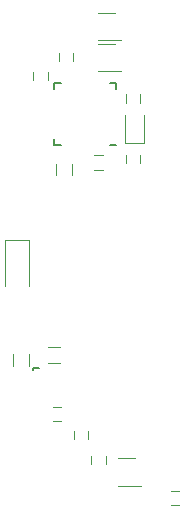
<source format=gto>
G04 #@! TF.GenerationSoftware,KiCad,Pcbnew,(2017-09-07 revision 90668f9ef)-makepkg*
G04 #@! TF.CreationDate,2017-11-26T16:45:10+10:30*
G04 #@! TF.ProjectId,ledGlasses,6C6564476C61737365732E6B69636164,1.00*
G04 #@! TF.SameCoordinates,Original*
G04 #@! TF.FileFunction,Legend,Top*
G04 #@! TF.FilePolarity,Positive*
%FSLAX46Y46*%
G04 Gerber Fmt 4.6, Leading zero omitted, Abs format (unit mm)*
G04 Created by KiCad (PCBNEW (2017-09-07 revision 90668f9ef)-makepkg) date 11/26/17 16:45:10*
%MOMM*%
%LPD*%
G01*
G04 APERTURE LIST*
%ADD10C,0.120000*%
%ADD11C,0.150000*%
%ADD12O,1.550000X1.000000*%
%ADD13O,0.950000X1.250000*%
%ADD14R,0.750000X0.800000*%
%ADD15R,0.800000X0.750000*%
%ADD16R,0.900000X0.500000*%
%ADD17R,0.500000X0.900000*%
%ADD18R,0.510000X0.280000*%
%ADD19R,0.280000X0.510000*%
%ADD20R,0.650000X0.400000*%
%ADD21R,0.800000X0.300000*%
%ADD22R,0.800000X0.500000*%
%ADD23R,0.500000X1.000000*%
%ADD24R,1.725000X1.725000*%
%ADD25R,0.250000X0.700000*%
%ADD26R,0.700000X0.250000*%
%ADD27C,0.990600*%
%ADD28R,1.100000X0.600000*%
%ADD29C,2.200000*%
%ADD30R,1.200000X0.900000*%
G04 APERTURE END LIST*
D10*
X80740000Y-87530000D02*
X80740000Y-86830000D01*
X81940000Y-86830000D02*
X81940000Y-87530000D01*
X79800000Y-88450000D02*
X79800000Y-89150000D01*
X78600000Y-89150000D02*
X78600000Y-88450000D01*
X84450000Y-96700000D02*
X83750000Y-96700000D01*
X83750000Y-95500000D02*
X84450000Y-95500000D01*
X82000000Y-119550000D02*
X82000000Y-118850000D01*
X83200000Y-118850000D02*
X83200000Y-119550000D01*
X80950000Y-118000000D02*
X80250000Y-118000000D01*
X80250000Y-116800000D02*
X80950000Y-116800000D01*
X76850000Y-113300000D02*
X76850000Y-112300000D01*
X78210000Y-112300000D02*
X78210000Y-113300000D01*
X79830000Y-111700000D02*
X80830000Y-111700000D01*
X80830000Y-113060000D02*
X79830000Y-113060000D01*
X81880000Y-96200000D02*
X81880000Y-97200000D01*
X80520000Y-97200000D02*
X80520000Y-96200000D01*
D11*
X78530000Y-113680000D02*
X78530000Y-113530000D01*
X78530000Y-113530000D02*
X79030000Y-113530000D01*
D10*
X85500000Y-83440000D02*
X84100000Y-83440000D01*
X84100000Y-85760000D02*
X86000000Y-85760000D01*
X84100000Y-88360000D02*
X86000000Y-88360000D01*
X85500000Y-86040000D02*
X84100000Y-86040000D01*
D11*
X80375000Y-94625000D02*
X80900000Y-94625000D01*
X80375000Y-89375000D02*
X80900000Y-89375000D01*
X85625000Y-89375000D02*
X85100000Y-89375000D01*
X85625000Y-94625000D02*
X85100000Y-94625000D01*
X80375000Y-89375000D02*
X80375000Y-89900000D01*
X85625000Y-89375000D02*
X85625000Y-89900000D01*
X80375000Y-94625000D02*
X80375000Y-94100000D01*
D10*
X86410000Y-96190000D02*
X86410000Y-95490000D01*
X87610000Y-95490000D02*
X87610000Y-96190000D01*
X86400000Y-91030000D02*
X86400000Y-90330000D01*
X87600000Y-90330000D02*
X87600000Y-91030000D01*
X87970000Y-94460000D02*
X87970000Y-92060000D01*
X86370000Y-94460000D02*
X87970000Y-94460000D01*
X86370000Y-92060000D02*
X86370000Y-94460000D01*
X90950000Y-125100000D02*
X90250000Y-125100000D01*
X90250000Y-123900000D02*
X90950000Y-123900000D01*
X83500000Y-121650000D02*
X83500000Y-120950000D01*
X84700000Y-120950000D02*
X84700000Y-121650000D01*
X87200000Y-121140000D02*
X85800000Y-121140000D01*
X85800000Y-123460000D02*
X87700000Y-123460000D01*
X78200000Y-102650000D02*
X78200000Y-106550000D01*
X76200000Y-102650000D02*
X76200000Y-106550000D01*
X78200000Y-102650000D02*
X76200000Y-102650000D01*
%LPC*%
D12*
X77390000Y-101380000D03*
X77390000Y-108380000D03*
D13*
X80090000Y-102380000D03*
X80090000Y-107380000D03*
D14*
X81340000Y-87930000D03*
X81340000Y-86430000D03*
X79200000Y-88050000D03*
X79200000Y-89550000D03*
D15*
X84850000Y-96100000D03*
X83350000Y-96100000D03*
D14*
X82600000Y-119950000D03*
X82600000Y-118450000D03*
D15*
X81350000Y-117400000D03*
X79850000Y-117400000D03*
D16*
X77530000Y-112050000D03*
X77530000Y-113550000D03*
D17*
X81080000Y-112380000D03*
X79580000Y-112380000D03*
D16*
X81200000Y-97450000D03*
X81200000Y-95950000D03*
D18*
X79025000Y-113930000D03*
X79025000Y-114430000D03*
X79025000Y-114930000D03*
X79025000Y-115430000D03*
X80835000Y-115430000D03*
X80835000Y-113930000D03*
X80835000Y-114930000D03*
X80835000Y-114430000D03*
D19*
X80180000Y-115574796D03*
X79680000Y-115574796D03*
X80180000Y-113830000D03*
X79680000Y-113830000D03*
D20*
X83850000Y-85250000D03*
X83850000Y-83950000D03*
X85750000Y-84600000D03*
X83850000Y-84600000D03*
X85750000Y-83950000D03*
X85750000Y-85250000D03*
X85750000Y-87850000D03*
X85750000Y-86550000D03*
X83850000Y-87200000D03*
X85750000Y-87200000D03*
X83850000Y-86550000D03*
X83850000Y-87850000D03*
D16*
X91430000Y-86280000D03*
D21*
X91380000Y-85380000D03*
D22*
X91380000Y-84480000D03*
X89680000Y-84480000D03*
D21*
X89680000Y-85380000D03*
D22*
X89680000Y-86280000D03*
D23*
X90530000Y-86130000D03*
X90530000Y-84630000D03*
X95795000Y-84630000D03*
X95795000Y-86130000D03*
D22*
X94945000Y-86280000D03*
D21*
X94945000Y-85380000D03*
D22*
X94945000Y-84480000D03*
X96645000Y-84480000D03*
D21*
X96645000Y-85380000D03*
D16*
X96695000Y-86280000D03*
X101960000Y-86280000D03*
D21*
X101910000Y-85380000D03*
D22*
X101910000Y-84480000D03*
X100210000Y-84480000D03*
D21*
X100210000Y-85380000D03*
D22*
X100210000Y-86280000D03*
D23*
X101060000Y-86130000D03*
X101060000Y-84630000D03*
X106325000Y-84630000D03*
X106325000Y-86130000D03*
D22*
X105475000Y-86280000D03*
D21*
X105475000Y-85380000D03*
D22*
X105475000Y-84480000D03*
X107175000Y-84480000D03*
D21*
X107175000Y-85380000D03*
D16*
X107225000Y-86280000D03*
X112490000Y-86280000D03*
D21*
X112440000Y-85380000D03*
D22*
X112440000Y-84480000D03*
X110740000Y-84480000D03*
D21*
X110740000Y-85380000D03*
D22*
X110740000Y-86280000D03*
D23*
X111590000Y-86130000D03*
X111590000Y-84630000D03*
X116855000Y-84630000D03*
X116855000Y-86130000D03*
D22*
X116005000Y-86280000D03*
D21*
X116005000Y-85380000D03*
D22*
X116005000Y-84480000D03*
X117705000Y-84480000D03*
D21*
X117705000Y-85380000D03*
D16*
X117755000Y-86280000D03*
X123020000Y-86280000D03*
D21*
X122970000Y-85380000D03*
D22*
X122970000Y-84480000D03*
X121270000Y-84480000D03*
D21*
X121270000Y-85380000D03*
D22*
X121270000Y-86280000D03*
D23*
X122120000Y-86130000D03*
X122120000Y-84630000D03*
X127385000Y-84630000D03*
X127385000Y-86130000D03*
D22*
X126535000Y-86280000D03*
D21*
X126535000Y-85380000D03*
D22*
X126535000Y-84480000D03*
X128235000Y-84480000D03*
D21*
X128235000Y-85380000D03*
D16*
X128285000Y-86280000D03*
X133550000Y-86280000D03*
D21*
X133500000Y-85380000D03*
D22*
X133500000Y-84480000D03*
X131800000Y-84480000D03*
D21*
X131800000Y-85380000D03*
D22*
X131800000Y-86280000D03*
D23*
X132650000Y-86130000D03*
X132650000Y-84630000D03*
X137915000Y-84630000D03*
X137915000Y-86130000D03*
D22*
X137065000Y-86280000D03*
D21*
X137065000Y-85380000D03*
D22*
X137065000Y-84480000D03*
X138765000Y-84480000D03*
D21*
X138765000Y-85380000D03*
D16*
X138815000Y-86280000D03*
X144080000Y-86280000D03*
D21*
X144030000Y-85380000D03*
D22*
X144030000Y-84480000D03*
X142330000Y-84480000D03*
D21*
X142330000Y-85380000D03*
D22*
X142330000Y-86280000D03*
D23*
X143180000Y-86130000D03*
X143180000Y-84630000D03*
X148445000Y-84630000D03*
X148445000Y-86130000D03*
D22*
X147595000Y-86280000D03*
D21*
X147595000Y-85380000D03*
D22*
X147595000Y-84480000D03*
X149295000Y-84480000D03*
D21*
X149295000Y-85380000D03*
D16*
X149345000Y-86280000D03*
X154610000Y-86280000D03*
D21*
X154560000Y-85380000D03*
D22*
X154560000Y-84480000D03*
X152860000Y-84480000D03*
D21*
X152860000Y-85380000D03*
D22*
X152860000Y-86280000D03*
D23*
X153710000Y-86130000D03*
X153710000Y-84630000D03*
X158975000Y-84630000D03*
X158975000Y-86130000D03*
D22*
X158125000Y-86280000D03*
D21*
X158125000Y-85380000D03*
D22*
X158125000Y-84480000D03*
X159825000Y-84480000D03*
D21*
X159825000Y-85380000D03*
D16*
X159875000Y-86280000D03*
X165140000Y-86280000D03*
D21*
X165090000Y-85380000D03*
D22*
X165090000Y-84480000D03*
X163390000Y-84480000D03*
D21*
X163390000Y-85380000D03*
D22*
X163390000Y-86280000D03*
D23*
X164240000Y-86130000D03*
X164240000Y-84630000D03*
X169505000Y-84630000D03*
X169505000Y-86130000D03*
D22*
X168655000Y-86280000D03*
D21*
X168655000Y-85380000D03*
D22*
X168655000Y-84480000D03*
X170355000Y-84480000D03*
D21*
X170355000Y-85380000D03*
D16*
X170405000Y-86280000D03*
X175670000Y-86280000D03*
D21*
X175620000Y-85380000D03*
D22*
X175620000Y-84480000D03*
X173920000Y-84480000D03*
D21*
X173920000Y-85380000D03*
D22*
X173920000Y-86280000D03*
D23*
X174770000Y-86130000D03*
X174770000Y-84630000D03*
X180035000Y-84630000D03*
X180035000Y-86130000D03*
D22*
X179185000Y-86280000D03*
D21*
X179185000Y-85380000D03*
D22*
X179185000Y-84480000D03*
X180885000Y-84480000D03*
D21*
X180885000Y-85380000D03*
D16*
X180935000Y-86280000D03*
X186200000Y-86280000D03*
D21*
X186150000Y-85380000D03*
D22*
X186150000Y-84480000D03*
X184450000Y-84480000D03*
D21*
X184450000Y-85380000D03*
D22*
X184450000Y-86280000D03*
D23*
X185300000Y-86130000D03*
X185300000Y-84630000D03*
X190565000Y-84630000D03*
X190565000Y-86130000D03*
D22*
X189715000Y-86280000D03*
D21*
X189715000Y-85380000D03*
D22*
X189715000Y-84480000D03*
X191415000Y-84480000D03*
D21*
X191415000Y-85380000D03*
D16*
X191465000Y-86280000D03*
D23*
X195830000Y-84630000D03*
X195830000Y-86130000D03*
D22*
X194980000Y-86280000D03*
D21*
X194980000Y-85380000D03*
D22*
X194980000Y-84480000D03*
X196680000Y-84480000D03*
D21*
X196680000Y-85380000D03*
D16*
X196730000Y-86280000D03*
X201995000Y-86280000D03*
D21*
X201945000Y-85380000D03*
D22*
X201945000Y-84480000D03*
X200245000Y-84480000D03*
D21*
X200245000Y-85380000D03*
D22*
X200245000Y-86280000D03*
D23*
X201095000Y-86130000D03*
X201095000Y-84630000D03*
X206360000Y-84630000D03*
X206360000Y-86130000D03*
D22*
X205510000Y-86280000D03*
D21*
X205510000Y-85380000D03*
D22*
X205510000Y-84480000D03*
X207210000Y-84480000D03*
D21*
X207210000Y-85380000D03*
D16*
X207260000Y-86280000D03*
X205460000Y-89745000D03*
D21*
X205510000Y-90645000D03*
D22*
X205510000Y-91545000D03*
X207210000Y-91545000D03*
D21*
X207210000Y-90645000D03*
D22*
X207210000Y-89745000D03*
D23*
X206360000Y-89895000D03*
X206360000Y-91395000D03*
X201095000Y-91395000D03*
X201095000Y-89895000D03*
D22*
X201945000Y-89745000D03*
D21*
X201945000Y-90645000D03*
D22*
X201945000Y-91545000D03*
X200245000Y-91545000D03*
D21*
X200245000Y-90645000D03*
D16*
X200195000Y-89745000D03*
X194930000Y-89745000D03*
D21*
X194980000Y-90645000D03*
D22*
X194980000Y-91545000D03*
X196680000Y-91545000D03*
D21*
X196680000Y-90645000D03*
D22*
X196680000Y-89745000D03*
D23*
X195830000Y-89895000D03*
X195830000Y-91395000D03*
X190565000Y-91395000D03*
X190565000Y-89895000D03*
D22*
X191415000Y-89745000D03*
D21*
X191415000Y-90645000D03*
D22*
X191415000Y-91545000D03*
X189715000Y-91545000D03*
D21*
X189715000Y-90645000D03*
D16*
X189665000Y-89745000D03*
X184400000Y-89745000D03*
D21*
X184450000Y-90645000D03*
D22*
X184450000Y-91545000D03*
X186150000Y-91545000D03*
D21*
X186150000Y-90645000D03*
D22*
X186150000Y-89745000D03*
D23*
X185300000Y-89895000D03*
X185300000Y-91395000D03*
X180035000Y-91395000D03*
X180035000Y-89895000D03*
D22*
X180885000Y-89745000D03*
D21*
X180885000Y-90645000D03*
D22*
X180885000Y-91545000D03*
X179185000Y-91545000D03*
D21*
X179185000Y-90645000D03*
D16*
X179135000Y-89745000D03*
X173870000Y-89745000D03*
D21*
X173920000Y-90645000D03*
D22*
X173920000Y-91545000D03*
X175620000Y-91545000D03*
D21*
X175620000Y-90645000D03*
D22*
X175620000Y-89745000D03*
D23*
X174770000Y-89895000D03*
X174770000Y-91395000D03*
D16*
X168605000Y-89745000D03*
D21*
X168655000Y-90645000D03*
D22*
X168655000Y-91545000D03*
X170355000Y-91545000D03*
D21*
X170355000Y-90645000D03*
D22*
X170355000Y-89745000D03*
D23*
X169505000Y-89895000D03*
X169505000Y-91395000D03*
D16*
X163340000Y-89745000D03*
D21*
X163390000Y-90645000D03*
D22*
X163390000Y-91545000D03*
X165090000Y-91545000D03*
D21*
X165090000Y-90645000D03*
D22*
X165090000Y-89745000D03*
D23*
X164240000Y-89895000D03*
X164240000Y-91395000D03*
X158975000Y-91395000D03*
X158975000Y-89895000D03*
D22*
X159825000Y-89745000D03*
D21*
X159825000Y-90645000D03*
D22*
X159825000Y-91545000D03*
X158125000Y-91545000D03*
D21*
X158125000Y-90645000D03*
D16*
X158075000Y-89745000D03*
X152810000Y-89745000D03*
D21*
X152860000Y-90645000D03*
D22*
X152860000Y-91545000D03*
X154560000Y-91545000D03*
D21*
X154560000Y-90645000D03*
D22*
X154560000Y-89745000D03*
D23*
X153710000Y-89895000D03*
X153710000Y-91395000D03*
X148445000Y-91395000D03*
X148445000Y-89895000D03*
D22*
X149295000Y-89745000D03*
D21*
X149295000Y-90645000D03*
D22*
X149295000Y-91545000D03*
X147595000Y-91545000D03*
D21*
X147595000Y-90645000D03*
D16*
X147545000Y-89745000D03*
X142280000Y-89745000D03*
D21*
X142330000Y-90645000D03*
D22*
X142330000Y-91545000D03*
X144030000Y-91545000D03*
D21*
X144030000Y-90645000D03*
D22*
X144030000Y-89745000D03*
D23*
X143180000Y-89895000D03*
X143180000Y-91395000D03*
X137915000Y-91395000D03*
X137915000Y-89895000D03*
D22*
X138765000Y-89745000D03*
D21*
X138765000Y-90645000D03*
D22*
X138765000Y-91545000D03*
X137065000Y-91545000D03*
D21*
X137065000Y-90645000D03*
D16*
X137015000Y-89745000D03*
X131750000Y-89745000D03*
D21*
X131800000Y-90645000D03*
D22*
X131800000Y-91545000D03*
X133500000Y-91545000D03*
D21*
X133500000Y-90645000D03*
D22*
X133500000Y-89745000D03*
D23*
X132650000Y-89895000D03*
X132650000Y-91395000D03*
X127385000Y-91395000D03*
X127385000Y-89895000D03*
D22*
X128235000Y-89745000D03*
D21*
X128235000Y-90645000D03*
D22*
X128235000Y-91545000D03*
X126535000Y-91545000D03*
D21*
X126535000Y-90645000D03*
D16*
X126485000Y-89745000D03*
X121220000Y-89745000D03*
D21*
X121270000Y-90645000D03*
D22*
X121270000Y-91545000D03*
X122970000Y-91545000D03*
D21*
X122970000Y-90645000D03*
D22*
X122970000Y-89745000D03*
D23*
X122120000Y-89895000D03*
X122120000Y-91395000D03*
X116855000Y-91395000D03*
X116855000Y-89895000D03*
D22*
X117705000Y-89745000D03*
D21*
X117705000Y-90645000D03*
D22*
X117705000Y-91545000D03*
X116005000Y-91545000D03*
D21*
X116005000Y-90645000D03*
D16*
X115955000Y-89745000D03*
D23*
X111590000Y-91395000D03*
X111590000Y-89895000D03*
D22*
X112440000Y-89745000D03*
D21*
X112440000Y-90645000D03*
D22*
X112440000Y-91545000D03*
X110740000Y-91545000D03*
D21*
X110740000Y-90645000D03*
D16*
X110690000Y-89745000D03*
X105425000Y-89745000D03*
D21*
X105475000Y-90645000D03*
D22*
X105475000Y-91545000D03*
X107175000Y-91545000D03*
D21*
X107175000Y-90645000D03*
D22*
X107175000Y-89745000D03*
D23*
X106325000Y-89895000D03*
X106325000Y-91395000D03*
X101060000Y-91395000D03*
X101060000Y-89895000D03*
D22*
X101910000Y-89745000D03*
D21*
X101910000Y-90645000D03*
D22*
X101910000Y-91545000D03*
X100210000Y-91545000D03*
D21*
X100210000Y-90645000D03*
D16*
X100160000Y-89745000D03*
X94895000Y-89745000D03*
D21*
X94945000Y-90645000D03*
D22*
X94945000Y-91545000D03*
X96645000Y-91545000D03*
D21*
X96645000Y-90645000D03*
D22*
X96645000Y-89745000D03*
D23*
X95795000Y-89895000D03*
X95795000Y-91395000D03*
X90530000Y-91395000D03*
X90530000Y-89895000D03*
D22*
X91380000Y-89745000D03*
D21*
X91380000Y-90645000D03*
D22*
X91380000Y-91545000D03*
X89680000Y-91545000D03*
D21*
X89680000Y-90645000D03*
D16*
X89630000Y-89745000D03*
X91430000Y-96810000D03*
D21*
X91380000Y-95910000D03*
D22*
X91380000Y-95010000D03*
X89680000Y-95010000D03*
D21*
X89680000Y-95910000D03*
D22*
X89680000Y-96810000D03*
D23*
X90530000Y-96660000D03*
X90530000Y-95160000D03*
X95795000Y-95160000D03*
X95795000Y-96660000D03*
D22*
X94945000Y-96810000D03*
D21*
X94945000Y-95910000D03*
D22*
X94945000Y-95010000D03*
X96645000Y-95010000D03*
D21*
X96645000Y-95910000D03*
D16*
X96695000Y-96810000D03*
X101960000Y-96810000D03*
D21*
X101910000Y-95910000D03*
D22*
X101910000Y-95010000D03*
X100210000Y-95010000D03*
D21*
X100210000Y-95910000D03*
D22*
X100210000Y-96810000D03*
D23*
X101060000Y-96660000D03*
X101060000Y-95160000D03*
X106325000Y-95160000D03*
X106325000Y-96660000D03*
D22*
X105475000Y-96810000D03*
D21*
X105475000Y-95910000D03*
D22*
X105475000Y-95010000D03*
X107175000Y-95010000D03*
D21*
X107175000Y-95910000D03*
D16*
X107225000Y-96810000D03*
X112490000Y-96810000D03*
D21*
X112440000Y-95910000D03*
D22*
X112440000Y-95010000D03*
X110740000Y-95010000D03*
D21*
X110740000Y-95910000D03*
D22*
X110740000Y-96810000D03*
D23*
X111590000Y-96660000D03*
X111590000Y-95160000D03*
D16*
X117755000Y-96810000D03*
D21*
X117705000Y-95910000D03*
D22*
X117705000Y-95010000D03*
X116005000Y-95010000D03*
D21*
X116005000Y-95910000D03*
D22*
X116005000Y-96810000D03*
D23*
X116855000Y-96660000D03*
X116855000Y-95160000D03*
X122120000Y-95160000D03*
X122120000Y-96660000D03*
D22*
X121270000Y-96810000D03*
D21*
X121270000Y-95910000D03*
D22*
X121270000Y-95010000D03*
X122970000Y-95010000D03*
D21*
X122970000Y-95910000D03*
D16*
X123020000Y-96810000D03*
X128285000Y-96810000D03*
D21*
X128235000Y-95910000D03*
D22*
X128235000Y-95010000D03*
X126535000Y-95010000D03*
D21*
X126535000Y-95910000D03*
D22*
X126535000Y-96810000D03*
D23*
X127385000Y-96660000D03*
X127385000Y-95160000D03*
X132650000Y-95160000D03*
X132650000Y-96660000D03*
D22*
X131800000Y-96810000D03*
D21*
X131800000Y-95910000D03*
D22*
X131800000Y-95010000D03*
X133500000Y-95010000D03*
D21*
X133500000Y-95910000D03*
D16*
X133550000Y-96810000D03*
X138815000Y-96810000D03*
D21*
X138765000Y-95910000D03*
D22*
X138765000Y-95010000D03*
X137065000Y-95010000D03*
D21*
X137065000Y-95910000D03*
D22*
X137065000Y-96810000D03*
D23*
X137915000Y-96660000D03*
X137915000Y-95160000D03*
X143180000Y-95160000D03*
X143180000Y-96660000D03*
D22*
X142330000Y-96810000D03*
D21*
X142330000Y-95910000D03*
D22*
X142330000Y-95010000D03*
X144030000Y-95010000D03*
D21*
X144030000Y-95910000D03*
D16*
X144080000Y-96810000D03*
X149345000Y-96810000D03*
D21*
X149295000Y-95910000D03*
D22*
X149295000Y-95010000D03*
X147595000Y-95010000D03*
D21*
X147595000Y-95910000D03*
D22*
X147595000Y-96810000D03*
D23*
X148445000Y-96660000D03*
X148445000Y-95160000D03*
X153710000Y-95160000D03*
X153710000Y-96660000D03*
D22*
X152860000Y-96810000D03*
D21*
X152860000Y-95910000D03*
D22*
X152860000Y-95010000D03*
X154560000Y-95010000D03*
D21*
X154560000Y-95910000D03*
D16*
X154610000Y-96810000D03*
X159875000Y-96810000D03*
D21*
X159825000Y-95910000D03*
D22*
X159825000Y-95010000D03*
X158125000Y-95010000D03*
D21*
X158125000Y-95910000D03*
D22*
X158125000Y-96810000D03*
D23*
X158975000Y-96660000D03*
X158975000Y-95160000D03*
D16*
X165140000Y-96810000D03*
D21*
X165090000Y-95910000D03*
D22*
X165090000Y-95010000D03*
X163390000Y-95010000D03*
D21*
X163390000Y-95910000D03*
D22*
X163390000Y-96810000D03*
D23*
X164240000Y-96660000D03*
X164240000Y-95160000D03*
D16*
X170405000Y-96810000D03*
D21*
X170355000Y-95910000D03*
D22*
X170355000Y-95010000D03*
X168655000Y-95010000D03*
D21*
X168655000Y-95910000D03*
D22*
X168655000Y-96810000D03*
D23*
X169505000Y-96660000D03*
X169505000Y-95160000D03*
X174770000Y-95160000D03*
X174770000Y-96660000D03*
D22*
X173920000Y-96810000D03*
D21*
X173920000Y-95910000D03*
D22*
X173920000Y-95010000D03*
X175620000Y-95010000D03*
D21*
X175620000Y-95910000D03*
D16*
X175670000Y-96810000D03*
X180935000Y-96810000D03*
D21*
X180885000Y-95910000D03*
D22*
X180885000Y-95010000D03*
X179185000Y-95010000D03*
D21*
X179185000Y-95910000D03*
D22*
X179185000Y-96810000D03*
D23*
X180035000Y-96660000D03*
X180035000Y-95160000D03*
X185300000Y-95160000D03*
X185300000Y-96660000D03*
D22*
X184450000Y-96810000D03*
D21*
X184450000Y-95910000D03*
D22*
X184450000Y-95010000D03*
X186150000Y-95010000D03*
D21*
X186150000Y-95910000D03*
D16*
X186200000Y-96810000D03*
X191465000Y-96810000D03*
D21*
X191415000Y-95910000D03*
D22*
X191415000Y-95010000D03*
X189715000Y-95010000D03*
D21*
X189715000Y-95910000D03*
D22*
X189715000Y-96810000D03*
D23*
X190565000Y-96660000D03*
X190565000Y-95160000D03*
X195830000Y-95160000D03*
X195830000Y-96660000D03*
D22*
X194980000Y-96810000D03*
D21*
X194980000Y-95910000D03*
D22*
X194980000Y-95010000D03*
X196680000Y-95010000D03*
D21*
X196680000Y-95910000D03*
D16*
X196730000Y-96810000D03*
X201995000Y-96810000D03*
D21*
X201945000Y-95910000D03*
D22*
X201945000Y-95010000D03*
X200245000Y-95010000D03*
D21*
X200245000Y-95910000D03*
D22*
X200245000Y-96810000D03*
D23*
X201095000Y-96660000D03*
X201095000Y-95160000D03*
X206360000Y-95160000D03*
X206360000Y-96660000D03*
D22*
X205510000Y-96810000D03*
D21*
X205510000Y-95910000D03*
D22*
X205510000Y-95010000D03*
X207210000Y-95010000D03*
D21*
X207210000Y-95910000D03*
D16*
X207260000Y-96810000D03*
X210725000Y-100275000D03*
D21*
X210775000Y-101175000D03*
D22*
X210775000Y-102075000D03*
X212475000Y-102075000D03*
D21*
X212475000Y-101175000D03*
D22*
X212475000Y-100275000D03*
D23*
X211625000Y-100425000D03*
X211625000Y-101925000D03*
X206360000Y-101925000D03*
X206360000Y-100425000D03*
D22*
X207210000Y-100275000D03*
D21*
X207210000Y-101175000D03*
D22*
X207210000Y-102075000D03*
X205510000Y-102075000D03*
D21*
X205510000Y-101175000D03*
D16*
X205460000Y-100275000D03*
D23*
X201095000Y-101925000D03*
X201095000Y-100425000D03*
D22*
X201945000Y-100275000D03*
D21*
X201945000Y-101175000D03*
D22*
X201945000Y-102075000D03*
X200245000Y-102075000D03*
D21*
X200245000Y-101175000D03*
D16*
X200195000Y-100275000D03*
D23*
X195830000Y-101925000D03*
X195830000Y-100425000D03*
D22*
X196680000Y-100275000D03*
D21*
X196680000Y-101175000D03*
D22*
X196680000Y-102075000D03*
X194980000Y-102075000D03*
D21*
X194980000Y-101175000D03*
D16*
X194930000Y-100275000D03*
X189665000Y-100275000D03*
D21*
X189715000Y-101175000D03*
D22*
X189715000Y-102075000D03*
X191415000Y-102075000D03*
D21*
X191415000Y-101175000D03*
D22*
X191415000Y-100275000D03*
D23*
X190565000Y-100425000D03*
X190565000Y-101925000D03*
X185300000Y-101925000D03*
X185300000Y-100425000D03*
D22*
X186150000Y-100275000D03*
D21*
X186150000Y-101175000D03*
D22*
X186150000Y-102075000D03*
X184450000Y-102075000D03*
D21*
X184450000Y-101175000D03*
D16*
X184400000Y-100275000D03*
X179135000Y-100275000D03*
D21*
X179185000Y-101175000D03*
D22*
X179185000Y-102075000D03*
X180885000Y-102075000D03*
D21*
X180885000Y-101175000D03*
D22*
X180885000Y-100275000D03*
D23*
X180035000Y-100425000D03*
X180035000Y-101925000D03*
X174770000Y-101925000D03*
X174770000Y-100425000D03*
D22*
X175620000Y-100275000D03*
D21*
X175620000Y-101175000D03*
D22*
X175620000Y-102075000D03*
X173920000Y-102075000D03*
D21*
X173920000Y-101175000D03*
D16*
X173870000Y-100275000D03*
X168605000Y-100275000D03*
D21*
X168655000Y-101175000D03*
D22*
X168655000Y-102075000D03*
X170355000Y-102075000D03*
D21*
X170355000Y-101175000D03*
D22*
X170355000Y-100275000D03*
D23*
X169505000Y-100425000D03*
X169505000Y-101925000D03*
X164240000Y-101925000D03*
X164240000Y-100425000D03*
D22*
X165090000Y-100275000D03*
D21*
X165090000Y-101175000D03*
D22*
X165090000Y-102075000D03*
X163390000Y-102075000D03*
D21*
X163390000Y-101175000D03*
D16*
X163340000Y-100275000D03*
X158075000Y-100275000D03*
D21*
X158125000Y-101175000D03*
D22*
X158125000Y-102075000D03*
X159825000Y-102075000D03*
D21*
X159825000Y-101175000D03*
D22*
X159825000Y-100275000D03*
D23*
X158975000Y-100425000D03*
X158975000Y-101925000D03*
D16*
X152810000Y-100275000D03*
D21*
X152860000Y-101175000D03*
D22*
X152860000Y-102075000D03*
X154560000Y-102075000D03*
D21*
X154560000Y-101175000D03*
D22*
X154560000Y-100275000D03*
D23*
X153710000Y-100425000D03*
X153710000Y-101925000D03*
X148445000Y-101925000D03*
X148445000Y-100425000D03*
D22*
X149295000Y-100275000D03*
D21*
X149295000Y-101175000D03*
D22*
X149295000Y-102075000D03*
X147595000Y-102075000D03*
D21*
X147595000Y-101175000D03*
D16*
X147545000Y-100275000D03*
X142280000Y-100275000D03*
D21*
X142330000Y-101175000D03*
D22*
X142330000Y-102075000D03*
X144030000Y-102075000D03*
D21*
X144030000Y-101175000D03*
D22*
X144030000Y-100275000D03*
D23*
X143180000Y-100425000D03*
X143180000Y-101925000D03*
X137915000Y-101925000D03*
X137915000Y-100425000D03*
D22*
X138765000Y-100275000D03*
D21*
X138765000Y-101175000D03*
D22*
X138765000Y-102075000D03*
X137065000Y-102075000D03*
D21*
X137065000Y-101175000D03*
D16*
X137015000Y-100275000D03*
X131750000Y-100275000D03*
D21*
X131800000Y-101175000D03*
D22*
X131800000Y-102075000D03*
X133500000Y-102075000D03*
D21*
X133500000Y-101175000D03*
D22*
X133500000Y-100275000D03*
D23*
X132650000Y-100425000D03*
X132650000Y-101925000D03*
X127385000Y-101925000D03*
X127385000Y-100425000D03*
D22*
X128235000Y-100275000D03*
D21*
X128235000Y-101175000D03*
D22*
X128235000Y-102075000D03*
X126535000Y-102075000D03*
D21*
X126535000Y-101175000D03*
D16*
X126485000Y-100275000D03*
D23*
X122120000Y-101925000D03*
X122120000Y-100425000D03*
D22*
X122970000Y-100275000D03*
D21*
X122970000Y-101175000D03*
D22*
X122970000Y-102075000D03*
X121270000Y-102075000D03*
D21*
X121270000Y-101175000D03*
D16*
X121220000Y-100275000D03*
X115955000Y-100275000D03*
D21*
X116005000Y-101175000D03*
D22*
X116005000Y-102075000D03*
X117705000Y-102075000D03*
D21*
X117705000Y-101175000D03*
D22*
X117705000Y-100275000D03*
D23*
X116855000Y-100425000D03*
X116855000Y-101925000D03*
X111590000Y-101925000D03*
X111590000Y-100425000D03*
D22*
X112440000Y-100275000D03*
D21*
X112440000Y-101175000D03*
D22*
X112440000Y-102075000D03*
X110740000Y-102075000D03*
D21*
X110740000Y-101175000D03*
D16*
X110690000Y-100275000D03*
X105425000Y-100275000D03*
D21*
X105475000Y-101175000D03*
D22*
X105475000Y-102075000D03*
X107175000Y-102075000D03*
D21*
X107175000Y-101175000D03*
D22*
X107175000Y-100275000D03*
D23*
X106325000Y-100425000D03*
X106325000Y-101925000D03*
X101060000Y-101925000D03*
X101060000Y-100425000D03*
D22*
X101910000Y-100275000D03*
D21*
X101910000Y-101175000D03*
D22*
X101910000Y-102075000D03*
X100210000Y-102075000D03*
D21*
X100210000Y-101175000D03*
D16*
X100160000Y-100275000D03*
X94895000Y-100275000D03*
D21*
X94945000Y-101175000D03*
D22*
X94945000Y-102075000D03*
X96645000Y-102075000D03*
D21*
X96645000Y-101175000D03*
D22*
X96645000Y-100275000D03*
D23*
X95795000Y-100425000D03*
X95795000Y-101925000D03*
X90530000Y-101925000D03*
X90530000Y-100425000D03*
D22*
X91380000Y-100275000D03*
D21*
X91380000Y-101175000D03*
D22*
X91380000Y-102075000D03*
X89680000Y-102075000D03*
D21*
X89680000Y-101175000D03*
D16*
X89630000Y-100275000D03*
X84365000Y-100275000D03*
D21*
X84415000Y-101175000D03*
D22*
X84415000Y-102075000D03*
X86115000Y-102075000D03*
D21*
X86115000Y-101175000D03*
D22*
X86115000Y-100275000D03*
D23*
X85265000Y-100425000D03*
X85265000Y-101925000D03*
X85265000Y-105690000D03*
X85265000Y-107190000D03*
D22*
X84415000Y-107340000D03*
D21*
X84415000Y-106440000D03*
D22*
X84415000Y-105540000D03*
X86115000Y-105540000D03*
D21*
X86115000Y-106440000D03*
D16*
X86165000Y-107340000D03*
X91430000Y-107340000D03*
D21*
X91380000Y-106440000D03*
D22*
X91380000Y-105540000D03*
X89680000Y-105540000D03*
D21*
X89680000Y-106440000D03*
D22*
X89680000Y-107340000D03*
D23*
X90530000Y-107190000D03*
X90530000Y-105690000D03*
X95795000Y-105690000D03*
X95795000Y-107190000D03*
D22*
X94945000Y-107340000D03*
D21*
X94945000Y-106440000D03*
D22*
X94945000Y-105540000D03*
X96645000Y-105540000D03*
D21*
X96645000Y-106440000D03*
D16*
X96695000Y-107340000D03*
X101960000Y-107340000D03*
D21*
X101910000Y-106440000D03*
D22*
X101910000Y-105540000D03*
X100210000Y-105540000D03*
D21*
X100210000Y-106440000D03*
D22*
X100210000Y-107340000D03*
D23*
X101060000Y-107190000D03*
X101060000Y-105690000D03*
D16*
X107225000Y-107340000D03*
D21*
X107175000Y-106440000D03*
D22*
X107175000Y-105540000D03*
X105475000Y-105540000D03*
D21*
X105475000Y-106440000D03*
D22*
X105475000Y-107340000D03*
D23*
X106325000Y-107190000D03*
X106325000Y-105690000D03*
D16*
X112490000Y-107340000D03*
D21*
X112440000Y-106440000D03*
D22*
X112440000Y-105540000D03*
X110740000Y-105540000D03*
D21*
X110740000Y-106440000D03*
D22*
X110740000Y-107340000D03*
D23*
X111590000Y-107190000D03*
X111590000Y-105690000D03*
X116855000Y-105690000D03*
X116855000Y-107190000D03*
D22*
X116005000Y-107340000D03*
D21*
X116005000Y-106440000D03*
D22*
X116005000Y-105540000D03*
X117705000Y-105540000D03*
D21*
X117705000Y-106440000D03*
D16*
X117755000Y-107340000D03*
X123020000Y-107340000D03*
D21*
X122970000Y-106440000D03*
D22*
X122970000Y-105540000D03*
X121270000Y-105540000D03*
D21*
X121270000Y-106440000D03*
D22*
X121270000Y-107340000D03*
D23*
X122120000Y-107190000D03*
X122120000Y-105690000D03*
X127385000Y-105690000D03*
X127385000Y-107190000D03*
D22*
X126535000Y-107340000D03*
D21*
X126535000Y-106440000D03*
D22*
X126535000Y-105540000D03*
X128235000Y-105540000D03*
D21*
X128235000Y-106440000D03*
D16*
X128285000Y-107340000D03*
X133550000Y-107340000D03*
D21*
X133500000Y-106440000D03*
D22*
X133500000Y-105540000D03*
X131800000Y-105540000D03*
D21*
X131800000Y-106440000D03*
D22*
X131800000Y-107340000D03*
D23*
X132650000Y-107190000D03*
X132650000Y-105690000D03*
D16*
X138815000Y-107340000D03*
D21*
X138765000Y-106440000D03*
D22*
X138765000Y-105540000D03*
X137065000Y-105540000D03*
D21*
X137065000Y-106440000D03*
D22*
X137065000Y-107340000D03*
D23*
X137915000Y-107190000D03*
X137915000Y-105690000D03*
X158975000Y-105690000D03*
X158975000Y-107190000D03*
D22*
X158125000Y-107340000D03*
D21*
X158125000Y-106440000D03*
D22*
X158125000Y-105540000D03*
X159825000Y-105540000D03*
D21*
X159825000Y-106440000D03*
D16*
X159875000Y-107340000D03*
X165140000Y-107340000D03*
D21*
X165090000Y-106440000D03*
D22*
X165090000Y-105540000D03*
X163390000Y-105540000D03*
D21*
X163390000Y-106440000D03*
D22*
X163390000Y-107340000D03*
D23*
X164240000Y-107190000D03*
X164240000Y-105690000D03*
X169505000Y-105690000D03*
X169505000Y-107190000D03*
D22*
X168655000Y-107340000D03*
D21*
X168655000Y-106440000D03*
D22*
X168655000Y-105540000D03*
X170355000Y-105540000D03*
D21*
X170355000Y-106440000D03*
D16*
X170405000Y-107340000D03*
D23*
X174770000Y-105690000D03*
X174770000Y-107190000D03*
D22*
X173920000Y-107340000D03*
D21*
X173920000Y-106440000D03*
D22*
X173920000Y-105540000D03*
X175620000Y-105540000D03*
D21*
X175620000Y-106440000D03*
D16*
X175670000Y-107340000D03*
X180935000Y-107340000D03*
D21*
X180885000Y-106440000D03*
D22*
X180885000Y-105540000D03*
X179185000Y-105540000D03*
D21*
X179185000Y-106440000D03*
D22*
X179185000Y-107340000D03*
D23*
X180035000Y-107190000D03*
X180035000Y-105690000D03*
X185300000Y-105690000D03*
X185300000Y-107190000D03*
D22*
X184450000Y-107340000D03*
D21*
X184450000Y-106440000D03*
D22*
X184450000Y-105540000D03*
X186150000Y-105540000D03*
D21*
X186150000Y-106440000D03*
D16*
X186200000Y-107340000D03*
X191465000Y-107340000D03*
D21*
X191415000Y-106440000D03*
D22*
X191415000Y-105540000D03*
X189715000Y-105540000D03*
D21*
X189715000Y-106440000D03*
D22*
X189715000Y-107340000D03*
D23*
X190565000Y-107190000D03*
X190565000Y-105690000D03*
X195830000Y-105690000D03*
X195830000Y-107190000D03*
D22*
X194980000Y-107340000D03*
D21*
X194980000Y-106440000D03*
D22*
X194980000Y-105540000D03*
X196680000Y-105540000D03*
D21*
X196680000Y-106440000D03*
D16*
X196730000Y-107340000D03*
X201995000Y-107340000D03*
D21*
X201945000Y-106440000D03*
D22*
X201945000Y-105540000D03*
X200245000Y-105540000D03*
D21*
X200245000Y-106440000D03*
D22*
X200245000Y-107340000D03*
D23*
X201095000Y-107190000D03*
X201095000Y-105690000D03*
X206360000Y-105690000D03*
X206360000Y-107190000D03*
D22*
X205510000Y-107340000D03*
D21*
X205510000Y-106440000D03*
D22*
X205510000Y-105540000D03*
X207210000Y-105540000D03*
D21*
X207210000Y-106440000D03*
D16*
X207260000Y-107340000D03*
X212525000Y-107340000D03*
D21*
X212475000Y-106440000D03*
D22*
X212475000Y-105540000D03*
X210775000Y-105540000D03*
D21*
X210775000Y-106440000D03*
D22*
X210775000Y-107340000D03*
D23*
X211625000Y-107190000D03*
X211625000Y-105690000D03*
X211625000Y-112455000D03*
X211625000Y-110955000D03*
D22*
X212475000Y-110805000D03*
D21*
X212475000Y-111705000D03*
D22*
X212475000Y-112605000D03*
X210775000Y-112605000D03*
D21*
X210775000Y-111705000D03*
D16*
X210725000Y-110805000D03*
X205460000Y-110805000D03*
D21*
X205510000Y-111705000D03*
D22*
X205510000Y-112605000D03*
X207210000Y-112605000D03*
D21*
X207210000Y-111705000D03*
D22*
X207210000Y-110805000D03*
D23*
X206360000Y-110955000D03*
X206360000Y-112455000D03*
X201095000Y-112455000D03*
X201095000Y-110955000D03*
D22*
X201945000Y-110805000D03*
D21*
X201945000Y-111705000D03*
D22*
X201945000Y-112605000D03*
X200245000Y-112605000D03*
D21*
X200245000Y-111705000D03*
D16*
X200195000Y-110805000D03*
X194930000Y-110805000D03*
D21*
X194980000Y-111705000D03*
D22*
X194980000Y-112605000D03*
X196680000Y-112605000D03*
D21*
X196680000Y-111705000D03*
D22*
X196680000Y-110805000D03*
D23*
X195830000Y-110955000D03*
X195830000Y-112455000D03*
X190565000Y-112455000D03*
X190565000Y-110955000D03*
D22*
X191415000Y-110805000D03*
D21*
X191415000Y-111705000D03*
D22*
X191415000Y-112605000D03*
X189715000Y-112605000D03*
D21*
X189715000Y-111705000D03*
D16*
X189665000Y-110805000D03*
X184400000Y-110805000D03*
D21*
X184450000Y-111705000D03*
D22*
X184450000Y-112605000D03*
X186150000Y-112605000D03*
D21*
X186150000Y-111705000D03*
D22*
X186150000Y-110805000D03*
D23*
X185300000Y-110955000D03*
X185300000Y-112455000D03*
X180035000Y-112455000D03*
X180035000Y-110955000D03*
D22*
X180885000Y-110805000D03*
D21*
X180885000Y-111705000D03*
D22*
X180885000Y-112605000D03*
X179185000Y-112605000D03*
D21*
X179185000Y-111705000D03*
D16*
X179135000Y-110805000D03*
X173870000Y-110805000D03*
D21*
X173920000Y-111705000D03*
D22*
X173920000Y-112605000D03*
X175620000Y-112605000D03*
D21*
X175620000Y-111705000D03*
D22*
X175620000Y-110805000D03*
D23*
X174770000Y-110955000D03*
X174770000Y-112455000D03*
X169505000Y-112455000D03*
X169505000Y-110955000D03*
D22*
X170355000Y-110805000D03*
D21*
X170355000Y-111705000D03*
D22*
X170355000Y-112605000D03*
X168655000Y-112605000D03*
D21*
X168655000Y-111705000D03*
D16*
X168605000Y-110805000D03*
X163340000Y-110805000D03*
D21*
X163390000Y-111705000D03*
D22*
X163390000Y-112605000D03*
X165090000Y-112605000D03*
D21*
X165090000Y-111705000D03*
D22*
X165090000Y-110805000D03*
D23*
X164240000Y-110955000D03*
X164240000Y-112455000D03*
X132650000Y-112455000D03*
X132650000Y-110955000D03*
D22*
X133500000Y-110805000D03*
D21*
X133500000Y-111705000D03*
D22*
X133500000Y-112605000D03*
X131800000Y-112605000D03*
D21*
X131800000Y-111705000D03*
D16*
X131750000Y-110805000D03*
D23*
X127385000Y-112455000D03*
X127385000Y-110955000D03*
D22*
X128235000Y-110805000D03*
D21*
X128235000Y-111705000D03*
D22*
X128235000Y-112605000D03*
X126535000Y-112605000D03*
D21*
X126535000Y-111705000D03*
D16*
X126485000Y-110805000D03*
D23*
X122120000Y-112455000D03*
X122120000Y-110955000D03*
D22*
X122970000Y-110805000D03*
D21*
X122970000Y-111705000D03*
D22*
X122970000Y-112605000D03*
X121270000Y-112605000D03*
D21*
X121270000Y-111705000D03*
D16*
X121220000Y-110805000D03*
X115955000Y-110805000D03*
D21*
X116005000Y-111705000D03*
D22*
X116005000Y-112605000D03*
X117705000Y-112605000D03*
D21*
X117705000Y-111705000D03*
D22*
X117705000Y-110805000D03*
D23*
X116855000Y-110955000D03*
X116855000Y-112455000D03*
X111590000Y-112455000D03*
X111590000Y-110955000D03*
D22*
X112440000Y-110805000D03*
D21*
X112440000Y-111705000D03*
D22*
X112440000Y-112605000D03*
X110740000Y-112605000D03*
D21*
X110740000Y-111705000D03*
D16*
X110690000Y-110805000D03*
X105425000Y-110805000D03*
D21*
X105475000Y-111705000D03*
D22*
X105475000Y-112605000D03*
X107175000Y-112605000D03*
D21*
X107175000Y-111705000D03*
D22*
X107175000Y-110805000D03*
D23*
X106325000Y-110955000D03*
X106325000Y-112455000D03*
X101060000Y-112455000D03*
X101060000Y-110955000D03*
D22*
X101910000Y-110805000D03*
D21*
X101910000Y-111705000D03*
D22*
X101910000Y-112605000D03*
X100210000Y-112605000D03*
D21*
X100210000Y-111705000D03*
D16*
X100160000Y-110805000D03*
X94895000Y-110805000D03*
D21*
X94945000Y-111705000D03*
D22*
X94945000Y-112605000D03*
X96645000Y-112605000D03*
D21*
X96645000Y-111705000D03*
D22*
X96645000Y-110805000D03*
D23*
X95795000Y-110955000D03*
X95795000Y-112455000D03*
X90530000Y-112455000D03*
X90530000Y-110955000D03*
D22*
X91380000Y-110805000D03*
D21*
X91380000Y-111705000D03*
D22*
X91380000Y-112605000D03*
X89680000Y-112605000D03*
D21*
X89680000Y-111705000D03*
D16*
X89630000Y-110805000D03*
X84365000Y-110805000D03*
D21*
X84415000Y-111705000D03*
D22*
X84415000Y-112605000D03*
X86115000Y-112605000D03*
D21*
X86115000Y-111705000D03*
D22*
X86115000Y-110805000D03*
D23*
X85265000Y-110955000D03*
X85265000Y-112455000D03*
X85265000Y-116220000D03*
X85265000Y-117720000D03*
D22*
X84415000Y-117870000D03*
D21*
X84415000Y-116970000D03*
D22*
X84415000Y-116070000D03*
X86115000Y-116070000D03*
D21*
X86115000Y-116970000D03*
D16*
X86165000Y-117870000D03*
X91430000Y-117870000D03*
D21*
X91380000Y-116970000D03*
D22*
X91380000Y-116070000D03*
X89680000Y-116070000D03*
D21*
X89680000Y-116970000D03*
D22*
X89680000Y-117870000D03*
D23*
X90530000Y-117720000D03*
X90530000Y-116220000D03*
X95795000Y-116220000D03*
X95795000Y-117720000D03*
D22*
X94945000Y-117870000D03*
D21*
X94945000Y-116970000D03*
D22*
X94945000Y-116070000D03*
X96645000Y-116070000D03*
D21*
X96645000Y-116970000D03*
D16*
X96695000Y-117870000D03*
X101960000Y-117870000D03*
D21*
X101910000Y-116970000D03*
D22*
X101910000Y-116070000D03*
X100210000Y-116070000D03*
D21*
X100210000Y-116970000D03*
D22*
X100210000Y-117870000D03*
D23*
X101060000Y-117720000D03*
X101060000Y-116220000D03*
X106325000Y-116220000D03*
X106325000Y-117720000D03*
D22*
X105475000Y-117870000D03*
D21*
X105475000Y-116970000D03*
D22*
X105475000Y-116070000D03*
X107175000Y-116070000D03*
D21*
X107175000Y-116970000D03*
D16*
X107225000Y-117870000D03*
X112490000Y-117870000D03*
D21*
X112440000Y-116970000D03*
D22*
X112440000Y-116070000D03*
X110740000Y-116070000D03*
D21*
X110740000Y-116970000D03*
D22*
X110740000Y-117870000D03*
D23*
X111590000Y-117720000D03*
X111590000Y-116220000D03*
X116855000Y-116220000D03*
X116855000Y-117720000D03*
D22*
X116005000Y-117870000D03*
D21*
X116005000Y-116970000D03*
D22*
X116005000Y-116070000D03*
X117705000Y-116070000D03*
D21*
X117705000Y-116970000D03*
D16*
X117755000Y-117870000D03*
X123020000Y-117870000D03*
D21*
X122970000Y-116970000D03*
D22*
X122970000Y-116070000D03*
X121270000Y-116070000D03*
D21*
X121270000Y-116970000D03*
D22*
X121270000Y-117870000D03*
D23*
X122120000Y-117720000D03*
X122120000Y-116220000D03*
X127385000Y-116220000D03*
X127385000Y-117720000D03*
D22*
X126535000Y-117870000D03*
D21*
X126535000Y-116970000D03*
D22*
X126535000Y-116070000D03*
X128235000Y-116070000D03*
D21*
X128235000Y-116970000D03*
D16*
X128285000Y-117870000D03*
X133550000Y-117870000D03*
D21*
X133500000Y-116970000D03*
D22*
X133500000Y-116070000D03*
X131800000Y-116070000D03*
D21*
X131800000Y-116970000D03*
D22*
X131800000Y-117870000D03*
D23*
X132650000Y-117720000D03*
X132650000Y-116220000D03*
X164240000Y-116220000D03*
X164240000Y-117720000D03*
D22*
X163390000Y-117870000D03*
D21*
X163390000Y-116970000D03*
D22*
X163390000Y-116070000D03*
X165090000Y-116070000D03*
D21*
X165090000Y-116970000D03*
D16*
X165140000Y-117870000D03*
X170405000Y-117870000D03*
D21*
X170355000Y-116970000D03*
D22*
X170355000Y-116070000D03*
X168655000Y-116070000D03*
D21*
X168655000Y-116970000D03*
D22*
X168655000Y-117870000D03*
D23*
X169505000Y-117720000D03*
X169505000Y-116220000D03*
X174770000Y-116220000D03*
X174770000Y-117720000D03*
D22*
X173920000Y-117870000D03*
D21*
X173920000Y-116970000D03*
D22*
X173920000Y-116070000D03*
X175620000Y-116070000D03*
D21*
X175620000Y-116970000D03*
D16*
X175670000Y-117870000D03*
X180935000Y-117870000D03*
D21*
X180885000Y-116970000D03*
D22*
X180885000Y-116070000D03*
X179185000Y-116070000D03*
D21*
X179185000Y-116970000D03*
D22*
X179185000Y-117870000D03*
D23*
X180035000Y-117720000D03*
X180035000Y-116220000D03*
X185300000Y-116220000D03*
X185300000Y-117720000D03*
D22*
X184450000Y-117870000D03*
D21*
X184450000Y-116970000D03*
D22*
X184450000Y-116070000D03*
X186150000Y-116070000D03*
D21*
X186150000Y-116970000D03*
D16*
X186200000Y-117870000D03*
X191465000Y-117870000D03*
D21*
X191415000Y-116970000D03*
D22*
X191415000Y-116070000D03*
X189715000Y-116070000D03*
D21*
X189715000Y-116970000D03*
D22*
X189715000Y-117870000D03*
D23*
X190565000Y-117720000D03*
X190565000Y-116220000D03*
D16*
X196730000Y-117870000D03*
D21*
X196680000Y-116970000D03*
D22*
X196680000Y-116070000D03*
X194980000Y-116070000D03*
D21*
X194980000Y-116970000D03*
D22*
X194980000Y-117870000D03*
D23*
X195830000Y-117720000D03*
X195830000Y-116220000D03*
X201095000Y-116220000D03*
X201095000Y-117720000D03*
D22*
X200245000Y-117870000D03*
D21*
X200245000Y-116970000D03*
D22*
X200245000Y-116070000D03*
X201945000Y-116070000D03*
D21*
X201945000Y-116970000D03*
D16*
X201995000Y-117870000D03*
X207260000Y-117870000D03*
D21*
X207210000Y-116970000D03*
D22*
X207210000Y-116070000D03*
X205510000Y-116070000D03*
D21*
X205510000Y-116970000D03*
D22*
X205510000Y-117870000D03*
D23*
X206360000Y-117720000D03*
X206360000Y-116220000D03*
X211625000Y-116220000D03*
X211625000Y-117720000D03*
D22*
X210775000Y-117870000D03*
D21*
X210775000Y-116970000D03*
D22*
X210775000Y-116070000D03*
X212475000Y-116070000D03*
D21*
X212475000Y-116970000D03*
D16*
X212525000Y-117870000D03*
D23*
X206360000Y-122985000D03*
X206360000Y-121485000D03*
D22*
X207210000Y-121335000D03*
D21*
X207210000Y-122235000D03*
D22*
X207210000Y-123135000D03*
X205510000Y-123135000D03*
D21*
X205510000Y-122235000D03*
D16*
X205460000Y-121335000D03*
X200195000Y-121335000D03*
D21*
X200245000Y-122235000D03*
D22*
X200245000Y-123135000D03*
X201945000Y-123135000D03*
D21*
X201945000Y-122235000D03*
D22*
X201945000Y-121335000D03*
D23*
X201095000Y-121485000D03*
X201095000Y-122985000D03*
X195830000Y-122985000D03*
X195830000Y-121485000D03*
D22*
X196680000Y-121335000D03*
D21*
X196680000Y-122235000D03*
D22*
X196680000Y-123135000D03*
X194980000Y-123135000D03*
D21*
X194980000Y-122235000D03*
D16*
X194930000Y-121335000D03*
X189665000Y-121335000D03*
D21*
X189715000Y-122235000D03*
D22*
X189715000Y-123135000D03*
X191415000Y-123135000D03*
D21*
X191415000Y-122235000D03*
D22*
X191415000Y-121335000D03*
D23*
X190565000Y-121485000D03*
X190565000Y-122985000D03*
X185300000Y-122985000D03*
X185300000Y-121485000D03*
D22*
X186150000Y-121335000D03*
D21*
X186150000Y-122235000D03*
D22*
X186150000Y-123135000D03*
X184450000Y-123135000D03*
D21*
X184450000Y-122235000D03*
D16*
X184400000Y-121335000D03*
X179135000Y-121335000D03*
D21*
X179185000Y-122235000D03*
D22*
X179185000Y-123135000D03*
X180885000Y-123135000D03*
D21*
X180885000Y-122235000D03*
D22*
X180885000Y-121335000D03*
D23*
X180035000Y-121485000D03*
X180035000Y-122985000D03*
X174770000Y-122985000D03*
X174770000Y-121485000D03*
D22*
X175620000Y-121335000D03*
D21*
X175620000Y-122235000D03*
D22*
X175620000Y-123135000D03*
X173920000Y-123135000D03*
D21*
X173920000Y-122235000D03*
D16*
X173870000Y-121335000D03*
X168605000Y-121335000D03*
D21*
X168655000Y-122235000D03*
D22*
X168655000Y-123135000D03*
X170355000Y-123135000D03*
D21*
X170355000Y-122235000D03*
D22*
X170355000Y-121335000D03*
D23*
X169505000Y-121485000D03*
X169505000Y-122985000D03*
X127385000Y-122985000D03*
X127385000Y-121485000D03*
D22*
X128235000Y-121335000D03*
D21*
X128235000Y-122235000D03*
D22*
X128235000Y-123135000D03*
X126535000Y-123135000D03*
D21*
X126535000Y-122235000D03*
D16*
X126485000Y-121335000D03*
X121220000Y-121335000D03*
D21*
X121270000Y-122235000D03*
D22*
X121270000Y-123135000D03*
X122970000Y-123135000D03*
D21*
X122970000Y-122235000D03*
D22*
X122970000Y-121335000D03*
D23*
X122120000Y-121485000D03*
X122120000Y-122985000D03*
X116855000Y-122985000D03*
X116855000Y-121485000D03*
D22*
X117705000Y-121335000D03*
D21*
X117705000Y-122235000D03*
D22*
X117705000Y-123135000D03*
X116005000Y-123135000D03*
D21*
X116005000Y-122235000D03*
D16*
X115955000Y-121335000D03*
X110690000Y-121335000D03*
D21*
X110740000Y-122235000D03*
D22*
X110740000Y-123135000D03*
X112440000Y-123135000D03*
D21*
X112440000Y-122235000D03*
D22*
X112440000Y-121335000D03*
D23*
X111590000Y-121485000D03*
X111590000Y-122985000D03*
D16*
X105425000Y-121335000D03*
D21*
X105475000Y-122235000D03*
D22*
X105475000Y-123135000D03*
X107175000Y-123135000D03*
D21*
X107175000Y-122235000D03*
D22*
X107175000Y-121335000D03*
D23*
X106325000Y-121485000D03*
X106325000Y-122985000D03*
X101060000Y-122985000D03*
X101060000Y-121485000D03*
D22*
X101910000Y-121335000D03*
D21*
X101910000Y-122235000D03*
D22*
X101910000Y-123135000D03*
X100210000Y-123135000D03*
D21*
X100210000Y-122235000D03*
D16*
X100160000Y-121335000D03*
X94895000Y-121335000D03*
D21*
X94945000Y-122235000D03*
D22*
X94945000Y-123135000D03*
X96645000Y-123135000D03*
D21*
X96645000Y-122235000D03*
D22*
X96645000Y-121335000D03*
D23*
X95795000Y-121485000D03*
X95795000Y-122985000D03*
X90530000Y-122985000D03*
X90530000Y-121485000D03*
D22*
X91380000Y-121335000D03*
D21*
X91380000Y-122235000D03*
D22*
X91380000Y-123135000D03*
X89680000Y-123135000D03*
D21*
X89680000Y-122235000D03*
D16*
X89630000Y-121335000D03*
D24*
X83862500Y-92862500D03*
X83862500Y-91137500D03*
X82137500Y-92862500D03*
X82137500Y-91137500D03*
D25*
X84750000Y-94400000D03*
X84250000Y-94400000D03*
X83750000Y-94400000D03*
X83250000Y-94400000D03*
X82750000Y-94400000D03*
X82250000Y-94400000D03*
X81750000Y-94400000D03*
X81250000Y-94400000D03*
D26*
X80600000Y-93750000D03*
X80600000Y-93250000D03*
X80600000Y-92750000D03*
X80600000Y-92250000D03*
X80600000Y-91750000D03*
X80600000Y-91250000D03*
X80600000Y-90750000D03*
X80600000Y-90250000D03*
D25*
X81250000Y-89600000D03*
X81750000Y-89600000D03*
X82250000Y-89600000D03*
X82750000Y-89600000D03*
X83250000Y-89600000D03*
X83750000Y-89600000D03*
X84250000Y-89600000D03*
X84750000Y-89600000D03*
D26*
X85400000Y-90250000D03*
X85400000Y-90750000D03*
X85400000Y-91250000D03*
X85400000Y-91750000D03*
X85400000Y-92250000D03*
X85400000Y-92750000D03*
X85400000Y-93250000D03*
X85400000Y-93750000D03*
D14*
X87010000Y-96590000D03*
X87010000Y-95090000D03*
X87000000Y-91430000D03*
X87000000Y-89930000D03*
D27*
X82340000Y-98400000D03*
X77260000Y-99416000D03*
X77260000Y-97384000D03*
D28*
X87170000Y-92560000D03*
X87170000Y-93960000D03*
D29*
X77530000Y-92380000D03*
X77530000Y-85380000D03*
X153530000Y-107380000D03*
X143530000Y-107380000D03*
X219530000Y-85380000D03*
X219530000Y-92380000D03*
D15*
X91350000Y-124500000D03*
X89850000Y-124500000D03*
D14*
X84100000Y-122050000D03*
X84100000Y-120550000D03*
D20*
X85550000Y-122950000D03*
X85550000Y-121650000D03*
X87450000Y-122300000D03*
X87450000Y-121650000D03*
X87450000Y-122950000D03*
D30*
X77200000Y-106550000D03*
X77200000Y-103250000D03*
M02*

</source>
